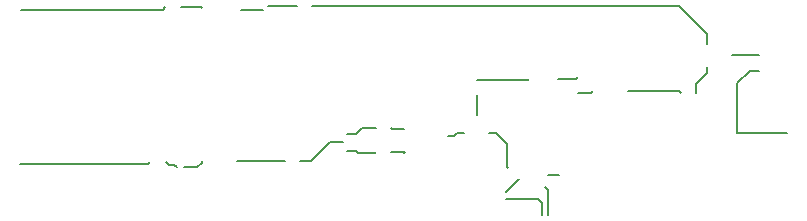
<source format=gtl>
G04*
G04 #@! TF.GenerationSoftware,Altium Limited,Altium Designer,20.2.4 (192)*
G04*
G04 Layer_Physical_Order=1*
G04 Layer_Color=255*
%FSLAX25Y25*%
%MOIN*%
G70*
G04*
G04 #@! TF.SameCoordinates,24DCAFF0-FA00-4C88-9C66-18B03F94A83E*
G04*
G04*
G04 #@! TF.FilePolarity,Positive*
G04*
G01*
G75*
%ADD10C,0.00787*%
%ADD11C,0.00984*%
D10*
X83464Y302122D02*
X90784D01*
X253130Y281890D02*
X256299D01*
X249016Y277776D02*
X253130Y281890D01*
X249016Y264081D02*
Y277776D01*
X247244Y286964D02*
X256256D01*
X256299Y287008D01*
X249016Y260931D02*
Y264081D01*
X265420Y260931D02*
X265512Y261024D01*
X249016Y260931D02*
X265420D01*
X10079Y250787D02*
X10091Y250775D01*
X42913D01*
X10258Y302220D02*
X45719D01*
X186024Y241830D02*
Y242185D01*
X90157Y251728D02*
X98228D01*
X82283Y251630D02*
X90059D01*
X90157Y251728D01*
X172321Y249710D02*
X172600Y249431D01*
X172321Y249710D02*
Y257458D01*
X168742Y261038D02*
X172321Y257458D01*
X166284Y261038D02*
X168742D01*
X185968Y247004D02*
X189764D01*
X189764Y247004D01*
X171795Y241389D02*
X176219Y245813D01*
Y245813D01*
X182654Y239098D02*
X184055Y237697D01*
Y233913D02*
Y237697D01*
X171795Y239098D02*
X182654D01*
X186024Y233913D02*
Y241830D01*
X185968Y241886D02*
X186024Y241830D01*
X247244Y286964D02*
X247319Y287040D01*
X238976Y281101D02*
Y283027D01*
X235236Y274563D02*
Y277361D01*
X238976Y281101D01*
X212740Y275208D02*
X229472D01*
X230118Y274563D01*
X195910D02*
X200283D01*
X200929Y275208D01*
X189163Y279041D02*
X195270D01*
X195910Y279681D01*
X162205Y278893D02*
X179173D01*
X179320Y279041D01*
X162150Y267140D02*
Y273720D01*
X162205Y273775D01*
X152706Y259995D02*
X154704D01*
X155747Y261038D01*
X158016D01*
X133661Y254681D02*
X137100D01*
X137298Y254879D01*
X137840D01*
X133661Y262731D02*
X133836Y262556D01*
X137847D01*
X128242Y254379D02*
X128543Y254681D01*
X122638Y254379D02*
X128242D01*
X118841Y255173D02*
X121844D01*
X122638Y254379D01*
X123811Y262731D02*
X128543D01*
X121962Y260882D02*
X123811Y262731D01*
X118841Y260882D02*
X121962D01*
X113120Y258027D02*
X117561D01*
X106821Y251728D02*
X113120Y258027D01*
X103346Y251728D02*
X106821D01*
X64567Y249760D02*
X69094D01*
X70472Y251138D01*
Y251630D01*
X58464Y251531D02*
X59449Y250547D01*
X61373D01*
X62161Y249760D01*
X57539Y302220D02*
X58425Y303106D01*
X48868Y302220D02*
X57539D01*
X45719D02*
X48868D01*
X46063Y250775D02*
X52590D01*
X53346Y251531D01*
X42913Y250775D02*
X46063D01*
X238976Y290901D02*
Y294166D01*
X229643Y303500D02*
X238976Y294166D01*
X107438Y303500D02*
X229643D01*
X92556D02*
X102320D01*
X63543Y303106D02*
X70276D01*
X70768Y302614D01*
X184984Y243225D02*
X186024Y242185D01*
D11*
X137741Y254781D02*
X137840Y254879D01*
M02*

</source>
